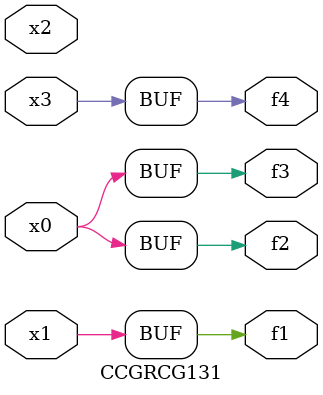
<source format=v>
module CCGRCG131(
	input x0, x1, x2, x3,
	output f1, f2, f3, f4
);
	assign f1 = x1;
	assign f2 = x0;
	assign f3 = x0;
	assign f4 = x3;
endmodule

</source>
